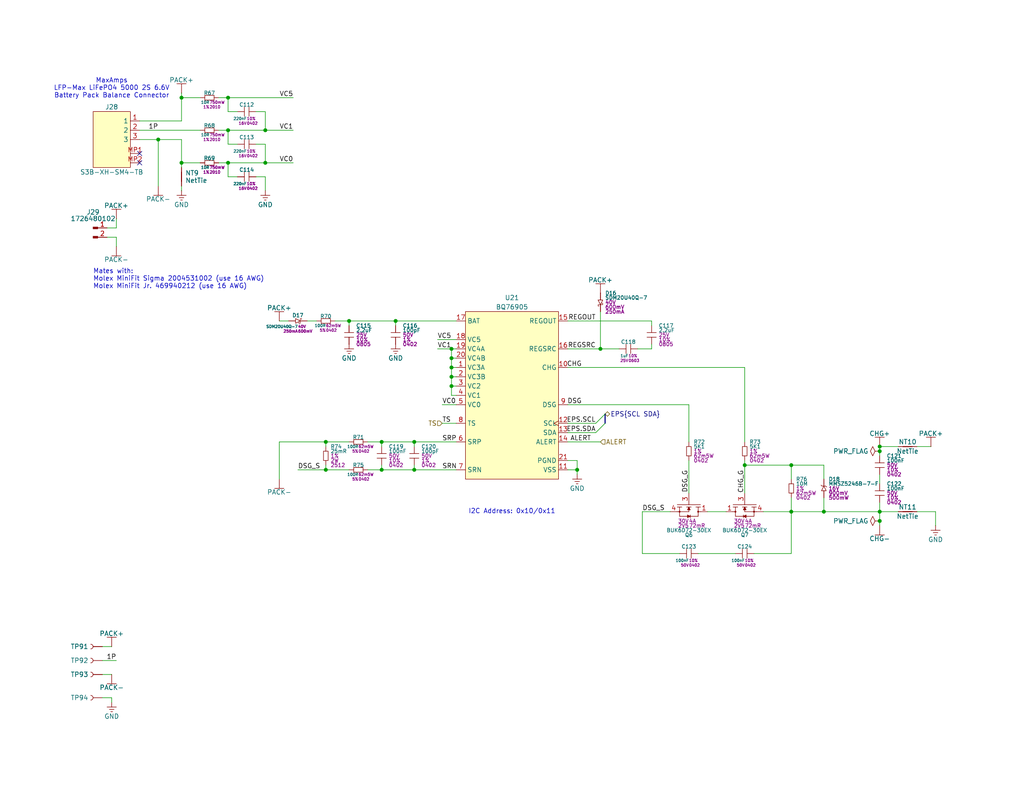
<source format=kicad_sch>
(kicad_sch (version 20250114) (generator "eeschema") (generator_version "9.0")
  (paper "USLetter")
  (title_block (title "Battery Monitor and Protector") (date "2025-03-31") (rev "1") (comment 2 "PROTOTYPE") (comment 3 "2025"))
  (lib_symbols
    (symbol "lib_pwr:CHG+" (power) (pin_numbers (hide yes)) (pin_names (offset 0) (hide yes))
      (property "Value" "CHG+" (at 0 3.556 0))
      (symbol "CHG+_1_1"
        (pin power_in line (at 0 0 90) (length 0) (name "~") (number "1"))
      )
    )
    (symbol "lib_pwr:CHG-" (power) (pin_numbers (hide yes)) (pin_names (offset 0) (hide yes))
      (property "Value" "CHG-" (at 0 -3.556 0))
      (symbol "CHG-_1_1"
        (pin power_in line (at 0 0 270) (length 0) (name "~") (number "1"))
      )
    )
    (symbol "lib_pwr:GND" (power) (pin_numbers (hide yes)) (pin_names (offset 0) (hide yes))
      (property "Value" "GND" (at 0 -3.81 0))
      (symbol "GND_1_1"
        (pin power_in line (at 0 0 270) (length 0) (name "~") (number "1"))
      )
    )
    (symbol "lib_pwr:PACK+" (power) (pin_numbers (hide yes)) (pin_names (offset 0) (hide yes))
      (property "Value" "PACK+" (at 0 3.556 0))
      (symbol "PACK+_1_1"
        (pin power_in line (at 0 0 90) (length 0) (name "~") (number "1"))
      )
    )
    (symbol "lib_pwr:PACK-" (power) (pin_numbers (hide yes)) (pin_names (offset 0) (hide yes))
      (property "Value" "PACK-" (at 0 -3.556 0))
      (symbol "PACK-_1_1"
        (pin power_in line (at 0 0 270) (length 0) (name "~") (number "1"))
      )
    )
    (symbol "lib_pwr:PWR_FLAG" (power) (pin_numbers (hide yes)) (pin_names (offset 0) (hide yes))
      (property "Value" "PWR_FLAG" (at 0 3.81 0))
      (symbol "PWR_FLAG_1_1"
        (pin power_out line (at 0 0 90) (length 0) (name "~") (number "1"))
      )
    )
    (symbol "lib_sch:BQ76905"
      (property "Reference" "U?" (at 0 26.67 0))
      (property "Value" "BQ76905" (at 0 24.13 0))
      (symbol "BQ76905_0_0"
        (pin power_out line (at -15.24 20.32 0) (length 2.54) (name "BAT") (number "17"))
        (pin input line (at -15.24 15.24 0) (length 2.54) (name "VC5") (number "18"))
        (pin input line (at -15.24 12.7 0) (length 2.54) (name "VC4A") (number "19"))
        (pin input line (at -15.24 10.16 0) (length 2.54) (name "VC4B") (number "20"))
        (pin input line (at -15.24 7.62 0) (length 2.54) (name "VC3A") (number "1"))
        (pin input line (at -15.24 5.08 0) (length 2.54) (name "VC3B") (number "2"))
        (pin input line (at -15.24 2.54 0) (length 2.54) (name "VC2") (number "3"))
        (pin input line (at -15.24 0 0) (length 2.54) (name "VC1") (number "4"))
        (pin input line (at -15.24 -2.54 0) (length 2.54) (name "VC0") (number "5"))
        (pin bidirectional line (at -15.24 -7.62 0) (length 2.54) (name "TS") (number "8"))
        (pin input line (at -15.24 -12.7 0) (length 2.54) (name "SRP") (number "6"))
        (pin input line (at -15.24 -20.32 0) (length 2.54) (name "SRN") (number "7"))
        (pin power_out line (at 15.24 20.32 180) (length 2.54) (name "REGOUT") (number "15"))
        (pin input line (at 15.24 12.7 180) (length 2.54) (name "REGSRC") (number "16"))
        (pin output line (at 15.24 7.62 180) (length 2.54) (name "CHG") (number "10"))
        (pin output line (at 15.24 -2.54 180) (length 2.54) (name "DSG") (number "9"))
        (pin bidirectional line (at 15.24 -10.16 180) (length 2.54) (name "SDA") (number "13"))
        (pin output line (at 15.24 -12.7 180) (length 2.54) (name "ALERT") (number "14"))
      )
      (symbol "BQ76905_1_0"
        (pin bidirectional clock (at 15.24 -7.62 180) (length 2.54) (name "SCL") (number "12"))
        (pin power_in line (at 15.24 -20.32 180) (length 2.54) (name "VSS") (number "11"))
      )
      (symbol "BQ76905_1_1"
        (pin power_in line (at 15.24 -17.78 180) (length 2.54) (name "PGND") (number "21"))
      )
    )
    (symbol "lib_sch:C" (pin_numbers (hide yes)) (pin_names (hide yes))
      (property "Reference" "C?" (at 1.905 2.54 0))
      (property "Value" "CAP" (at 1.905 1.27 0))
      (property "Tolerance" "TOL" (at 1.905 -1.27 0))
      (property "Voltage Rating" "VOLTAGE" (at 1.905 0 0))
      (property "Package" "PKG" (at 1.905 -2.54 0))
      (symbol "C_1_1"
        (pin passive line (at 0 2.54 270) (length 1.905) (name "") (number "1"))
        (pin passive line (at 0 -2.54 90) (length 1.905) (name "") (number "2"))
      )
    )
    (symbol "lib_sch:C_horizontal"
      (property "Reference" "C?" (at 0 1.905 0))
      (property "Value" "CAP" (at 0 -1.905 0))
      (property "Tolerance" "TOL" (at 0 -1.905 0))
      (property "Voltage Rating" "VOLT" (at 0 -3.175 0))
      (property "Package" "PKG" (at 0 -3.175 0))
      (symbol "C_horizontal_1_1"
        (pin passive line (at -2.54 0 0) (length 1.905) (name "") (number "1"))
        (pin passive line (at 2.54 0 180) (length 1.905) (name "") (number "2"))
      )
    )
    (symbol "lib_sch:Conn_01x02_Pin" (pin_names (hide yes))
      (property "Reference" "J?" (at 0 5.715 0))
      (property "Value" "VAL" (at 0 3.81 0))
      (symbol "Conn_01x02_Pin_1_0"
        (pin passive line (at 3.81 1.27 180) (length 2.54) (name "") (number "1"))
        (pin passive line (at 3.81 -1.27 180) (length 2.54) (name "") (number "2"))
      )
    )
    (symbol "lib_sch:D_Schottky" (pin_numbers (hide yes))
      (property "Reference" "D" (at 1.27 2.54 0))
      (property "Value" "VAL" (at 1.27 1.27 0))
      (property "Reverse Voltage" "RVOLT" (at 1.27 0 0))
      (property "Forward Voltage" "FVOLT" (at 1.27 -1.27 0))
      (property "Current" "CURR" (at 1.27 -2.54 0))
      (symbol "D_Schottky_1_0"
        (pin passive line (at 0 2.54 270) (length 1.905) (name "") (number "1"))
        (pin passive line (at 0 -2.54 90) (length 1.905) (name "") (number "2"))
      )
    )
    (symbol "lib_sch:D_Schottky_horizontal" (pin_numbers (hide yes))
      (property "Reference" "D" (at 0 1.524 0))
      (property "Value" "VAL" (at 0 -1.524 0))
      (property "Reverse Voltage" "RVOLT" (at 0 -1.524 0))
      (property "Forward Voltage" "FVOLT" (at 0 -2.794 0))
      (property "Current" "CURR" (at 0 -2.794 0))
      (symbol "D_Schottky_horizontal_1_0"
        (pin passive line (at -2.54 0 0) (length 1.905) (name "") (number "2"))
        (pin passive line (at 2.54 0 180) (length 1.905) (name "") (number "1"))
      )
    )
    (symbol "lib_sch:D_Zener" (pin_numbers (hide yes))
      (property "Reference" "D" (at 1.27 2.54 0))
      (property "Value" "VAL" (at 1.27 1.27 0))
      (property "Zener Voltage" "VZ" (at 1.27 0 0))
      (property "Forward Voltage" "FVOLT" (at 1.27 -1.27 0))
      (property "Power Rating" "PWR" (at 1.27 -2.54 0))
      (symbol "D_Zener_1_0"
        (pin passive line (at 0 2.54 270) (length 1.905) (name "") (number "2"))
        (pin passive line (at 0 -2.54 90) (length 1.905) (name "") (number "1"))
      )
    )
    (symbol "lib_sch:NMOS_DGS" (pin_names (hide yes))
      (property "Reference" "Q" (at 0 6.35 0))
      (property "Value" "VAL" (at 0 5.08 0))
      (property "VDSS" "VDSS" (at 0 3.81 0))
      (property "VGSTH" "VGSTH" (at 0 2.54 0))
      (property "ID" "ID" (at 0 3.81 0))
      (property "RDSON" "RDSON" (at 0 2.54 0))
      (symbol "NMOS_DGS_1_0"
        (pin passive line (at -5.08 0 0) (length 1.905) (name "") (number "1"))
        (pin passive line (at -5.08 0 0) (length 1.905) (hide yes) (name "") (number "2"))
        (pin passive line (at -5.08 0 0) (length 1.905) (hide yes) (name "") (number "5"))
        (pin passive line (at -5.08 0 0) (length 1.905) (hide yes) (name "") (number "6"))
        (pin passive line (at -5.08 0 0) (length 1.905) (hide yes) (name "") (number "7"))
        (pin passive line (at 0 -5.08 90) (length 3.175) (name "") (number "3"))
        (pin passive line (at 5.08 0 180) (length 1.905) (name "") (number "4"))
        (pin passive line (at 5.08 0 180) (length 1.905) (hide yes) (name "") (number "8"))
      )
    )
    (symbol "lib_sch:NetTie" (pin_numbers (hide yes)) (pin_names (offset 0) (hide yes)) (in_bom no)
      (property "Reference" "NT" (at 0 1.27 0))
      (property "Value" "NetTie" (at 0 -1.27 0))
      (symbol "NetTie_1_1"
        (pin passive line (at -2.54 0 0) (length 2.54) (name "1") (number "1"))
        (pin passive line (at 2.54 0 180) (length 2.54) (name "2") (number "2"))
      )
    )
    (symbol "lib_sch:R"
      (property "Reference" "R?" (at 1.27 2.54 0))
      (property "Value" "VAL" (at 1.27 1.27 0))
      (property "Tolerance" "TOL" (at 1.27 0 0))
      (property "Power Rating" "PWR" (at 1.27 -1.27 0))
      (property "Package" "PKG" (at 1.27 -2.54 0))
      (symbol "R_1_1"
        (pin passive line (at 0 2.54 270) (length 1.27) (name "") (number "1"))
        (pin passive line (at 0 -2.54 90) (length 1.27) (name "") (number "2"))
      )
    )
    (symbol "lib_sch:R_horizontal"
      (property "Reference" "R?" (at 0 1.27 0))
      (property "Value" "VAL" (at 0 -1.27 0))
      (property "Tolerance" "TOL" (at 0 -2.54 0))
      (property "Power Rating" "PWR" (at 0 -1.27 0))
      (property "Package" "PKG" (at 0 -2.54 0))
      (symbol "R_horizontal_1_1"
        (pin passive line (at -2.54 0 0) (length 1.27) (name "") (number "1"))
        (pin passive line (at 2.54 0 180) (length 1.27) (name "") (number "2"))
      )
    )
    (symbol "lib_sch:S3B-XX-SM4-TB"
      (property "Reference" "J" (at 0 8.89 0))
      (property "Value" "S3B-XX-SM4-TB" (at 0 -8.89 0))
      (symbol "S3B-XX-SM4-TB_1_0"
        (pin power_out line (at -7.62 5.08 0) (length 2.54) (name "1") (number "1"))
        (pin power_out line (at -7.62 2.54 0) (length 2.54) (name "2") (number "2"))
        (pin power_out line (at -7.62 0 0) (length 2.54) (name "3") (number "3"))
        (pin passive line (at -7.62 -3.81 0) (length 2.54) (name "") (number "MP1"))
        (pin passive line (at -7.62 -6.35 0) (length 2.54) (name "") (number "MP2"))
      )
    )
    (symbol "lib_sch:Testpoint" (pin_numbers (hide yes)) (pin_names (hide yes))
      (property "Reference" "TP" (at -1.27 0 0))
      (symbol "Testpoint_1_0"
        (pin passive line (at 2.54 0 180) (length 2.54) (name "") (number "1"))
      )
    )
  )
  (text "MaxAmps\nLFP-Max LiFePO4 5000 2S 6.6V\nBattery Pack Balance Connector" (at 30.48 24.13 0) (effects (font (size 1.27 1.27))))
  (text "I2C Address: 0x10/0x11" (at 139.7 139.7 0) (effects (font (size 1.27 1.27))))
  (text "Mates with:\nMolex MiniFit Sigma 2004531002 (use 16 AWG)\nMolex MiniFit Jr. 469940212 (use 16 AWG)" (at 25.4 76.2 0) (effects (font (size 1.27 1.27)) (justify left)))
  (junction (at 123.19 102.87))
  (junction (at 203.2 127))
  (junction (at 107.95 87.63))
  (junction (at 123.19 97.79))
  (junction (at 88.9 128.27))
  (junction (at 49.53 26.67))
  (junction (at 62.23 26.67))
  (junction (at 123.19 105.41))
  (junction (at 104.14 120.65))
  (junction (at 104.14 128.27))
  (junction (at 49.53 44.45))
  (junction (at 240.03 121.92))
  (junction (at 240.03 142.24))
  (junction (at 95.25 87.63))
  (junction (at 43.18 38.1))
  (junction (at 72.39 44.45))
  (junction (at 240.03 139.7))
  (junction (at 224.79 139.7))
  (junction (at 240.03 123.19))
  (junction (at 215.9 127))
  (junction (at 157.48 128.27))
  (junction (at 163.83 95.25))
  (junction (at 215.9 139.7))
  (junction (at 88.9 120.65))
  (junction (at 113.03 120.65))
  (junction (at 62.23 44.45))
  (junction (at 72.39 35.56))
  (junction (at 123.19 100.33))
  (junction (at 113.03 128.27))
  (junction (at 123.19 95.25))
  (junction (at 62.23 35.56))
  (no_connect (at 38.1 41.91))
  (no_connect (at 38.1 44.45))
  (bus_entry (at 162.56 118.11) (size 2.54 -2.54))
  (bus_entry (at 162.56 115.57) (size 2.54 -2.54))
  (wire (pts (xy 224.79 135.89) (xy 224.79 139.7)))
  (wire (pts (xy 123.19 100.33) (xy 123.19 102.87)))
  (wire (pts (xy 187.96 120.65) (xy 187.96 110.49)))
  (wire (pts (xy 250.19 121.92) (xy 254 121.92)))
  (wire (pts (xy 72.39 48.26) (xy 72.39 52.07)))
  (wire (pts (xy 31.75 180.34) (xy 27.94 180.34)))
  (wire (pts (xy 49.53 38.1) (xy 49.53 44.45)))
  (wire (pts (xy 31.75 67.31) (xy 31.75 64.77)))
  (wire (pts (xy 203.2 127) (xy 203.2 125.73)))
  (wire (pts (xy 208.28 139.7) (xy 215.9 139.7)))
  (wire (pts (xy 215.9 127) (xy 203.2 127)))
  (wire (pts (xy 123.19 105.41) (xy 124.46 105.41)))
  (wire (pts (xy 59.69 26.67) (xy 62.23 26.67)))
  (wire (pts (xy 255.27 143.51) (xy 255.27 139.7)))
  (wire (pts (xy 162.56 118.11) (xy 154.94 118.11)))
  (wire (pts (xy 157.48 129.54) (xy 157.48 128.27)))
  (wire (pts (xy 154.94 115.57) (xy 162.56 115.57)))
  (wire (pts (xy 224.79 139.7) (xy 240.03 139.7)))
  (wire (pts (xy 154.94 95.25) (xy 163.83 95.25)))
  (wire (pts (xy 173.99 95.25) (xy 177.8 95.25)))
  (wire (pts (xy 215.9 135.89) (xy 215.9 139.7)))
  (wire (pts (xy 113.03 120.65) (xy 104.14 120.65)))
  (wire (pts (xy 62.23 39.37) (xy 62.23 35.56)))
  (wire (pts (xy 72.39 39.37) (xy 69.85 39.37)))
  (wire (pts (xy 154.94 110.49) (xy 187.96 110.49)))
  (wire (pts (xy 88.9 127) (xy 88.9 128.27)))
  (wire (pts (xy 154.94 100.33) (xy 203.2 100.33)))
  (wire (pts (xy 43.18 38.1) (xy 43.18 50.8)))
  (wire (pts (xy 240.03 129.54) (xy 240.03 132.08)))
  (wire (pts (xy 72.39 30.48) (xy 72.39 35.56)))
  (wire (pts (xy 38.1 35.56) (xy 54.61 35.56)))
  (wire (pts (xy 240.03 121.92) (xy 245.11 121.92)))
  (wire (pts (xy 123.19 107.95) (xy 123.19 105.41)))
  (wire (pts (xy 124.46 95.25) (xy 123.19 95.25)))
  (wire (pts (xy 124.46 97.79) (xy 123.19 97.79)))
  (wire (pts (xy 120.65 115.57) (xy 124.46 115.57)))
  (wire (pts (xy 88.9 121.92) (xy 88.9 120.65)))
  (wire (pts (xy 205.74 151.13) (xy 215.9 151.13)))
  (wire (pts (xy 215.9 151.13) (xy 215.9 139.7)))
  (wire (pts (xy 72.39 44.45) (xy 80.01 44.45)))
  (wire (pts (xy 107.95 87.63) (xy 107.95 88.9)))
  (wire (pts (xy 107.95 87.63) (xy 124.46 87.63)))
  (wire (pts (xy 203.2 127) (xy 203.2 134.62)))
  (wire (pts (xy 76.2 130.81) (xy 76.2 120.65)))
  (wire (pts (xy 95.25 87.63) (xy 95.25 88.9)))
  (wire (pts (xy 49.53 26.67) (xy 54.61 26.67)))
  (wire (pts (xy 30.48 184.15) (xy 27.94 184.15)))
  (wire (pts (xy 30.48 176.53) (xy 27.94 176.53)))
  (wire (pts (xy 113.03 128.27) (xy 124.46 128.27)))
  (wire (pts (xy 64.77 48.26) (xy 62.23 48.26)))
  (wire (pts (xy 124.46 102.87) (xy 123.19 102.87)))
  (wire (pts (xy 31.75 62.23) (xy 29.21 62.23)))
  (wire (pts (xy 100.33 128.27) (xy 104.14 128.27)))
  (wire (pts (xy 190.5 151.13) (xy 200.66 151.13)))
  (wire (pts (xy 31.75 64.77) (xy 29.21 64.77)))
  (wire (pts (xy 49.53 25.4) (xy 49.53 26.67)))
  (wire (pts (xy 59.69 44.45) (xy 62.23 44.45)))
  (wire (pts (xy 250.19 139.7) (xy 255.27 139.7)))
  (wire (pts (xy 240.03 139.7) (xy 245.11 139.7)))
  (wire (pts (xy 83.82 87.63) (xy 86.36 87.63)))
  (wire (pts (xy 240.03 137.16) (xy 240.03 139.7)))
  (wire (pts (xy 49.53 44.45) (xy 54.61 44.45)))
  (wire (pts (xy 62.23 26.67) (xy 80.01 26.67)))
  (wire (pts (xy 88.9 128.27) (xy 95.25 128.27)))
  (wire (pts (xy 124.46 107.95) (xy 123.19 107.95)))
  (wire (pts (xy 119.38 95.25) (xy 123.19 95.25)))
  (wire (pts (xy 30.48 191.77) (xy 30.48 190.5)))
  (wire (pts (xy 123.19 102.87) (xy 123.19 105.41)))
  (wire (pts (xy 30.48 190.5) (xy 27.94 190.5)))
  (wire (pts (xy 154.94 120.65) (xy 163.83 120.65)))
  (wire (pts (xy 64.77 39.37) (xy 62.23 39.37)))
  (wire (pts (xy 215.9 127) (xy 215.9 130.81)))
  (wire (pts (xy 157.48 128.27) (xy 157.48 125.73)))
  (wire (pts (xy 187.96 125.73) (xy 187.96 134.62)))
  (wire (pts (xy 49.53 45.72) (xy 49.53 44.45)))
  (wire (pts (xy 104.14 128.27) (xy 113.03 128.27)))
  (wire (pts (xy 113.03 120.65) (xy 113.03 121.92)))
  (wire (pts (xy 193.04 139.7) (xy 198.12 139.7)))
  (wire (pts (xy 154.94 87.63) (xy 177.8 87.63)))
  (wire (pts (xy 104.14 127) (xy 104.14 128.27)))
  (wire (pts (xy 88.9 120.65) (xy 95.25 120.65)))
  (wire (pts (xy 49.53 50.8) (xy 49.53 52.07)))
  (wire (pts (xy 177.8 93.98) (xy 177.8 95.25)))
  (wire (pts (xy 124.46 100.33) (xy 123.19 100.33)))
  (wire (pts (xy 185.42 151.13) (xy 175.26 151.13)))
  (wire (pts (xy 177.8 88.9) (xy 177.8 87.63)))
  (wire (pts (xy 38.1 33.02) (xy 49.53 33.02)))
  (wire (pts (xy 240.03 123.19) (xy 240.03 124.46)))
  (wire (pts (xy 91.44 87.63) (xy 95.25 87.63)))
  (wire (pts (xy 59.69 35.56) (xy 62.23 35.56)))
  (wire (pts (xy 240.03 142.24) (xy 240.03 139.7)))
  (wire (pts (xy 104.14 120.65) (xy 104.14 121.92)))
  (bus (pts (xy 165.1 113.03) (xy 165.1 115.57)))
  (wire (pts (xy 163.83 95.25) (xy 168.91 95.25)))
  (wire (pts (xy 69.85 30.48) (xy 72.39 30.48)))
  (wire (pts (xy 215.9 127) (xy 224.79 127)))
  (wire (pts (xy 76.2 120.65) (xy 88.9 120.65)))
  (wire (pts (xy 49.53 26.67) (xy 49.53 33.02)))
  (wire (pts (xy 240.03 143.51) (xy 240.03 142.24)))
  (wire (pts (xy 43.18 38.1) (xy 49.53 38.1)))
  (wire (pts (xy 113.03 127) (xy 113.03 128.27)))
  (wire (pts (xy 175.26 139.7) (xy 182.88 139.7)))
  (wire (pts (xy 62.23 35.56) (xy 72.39 35.56)))
  (wire (pts (xy 163.83 85.09) (xy 163.83 95.25)))
  (wire (pts (xy 62.23 44.45) (xy 72.39 44.45)))
  (wire (pts (xy 72.39 35.56) (xy 80.01 35.56)))
  (wire (pts (xy 240.03 121.92) (xy 240.03 123.19)))
  (wire (pts (xy 95.25 87.63) (xy 107.95 87.63)))
  (wire (pts (xy 119.38 92.71) (xy 124.46 92.71)))
  (wire (pts (xy 123.19 95.25) (xy 123.19 97.79)))
  (wire (pts (xy 175.26 151.13) (xy 175.26 139.7)))
  (wire (pts (xy 123.19 100.33) (xy 123.19 97.79)))
  (wire (pts (xy 154.94 128.27) (xy 157.48 128.27)))
  (wire (pts (xy 31.75 59.69) (xy 31.75 62.23)))
  (wire (pts (xy 113.03 120.65) (xy 124.46 120.65)))
  (wire (pts (xy 120.65 110.49) (xy 124.46 110.49)))
  (wire (pts (xy 157.48 125.73) (xy 154.94 125.73)))
  (wire (pts (xy 203.2 100.33) (xy 203.2 120.65)))
  (wire (pts (xy 215.9 139.7) (xy 224.79 139.7)))
  (wire (pts (xy 62.23 48.26) (xy 62.23 44.45)))
  (wire (pts (xy 38.1 38.1) (xy 43.18 38.1)))
  (wire (pts (xy 81.28 128.27) (xy 88.9 128.27)))
  (wire (pts (xy 64.77 30.48) (xy 62.23 30.48)))
  (wire (pts (xy 100.33 120.65) (xy 104.14 120.65)))
  (wire (pts (xy 72.39 39.37) (xy 72.39 44.45)))
  (wire (pts (xy 76.2 87.63) (xy 78.74 87.63)))
  (wire (pts (xy 72.39 48.26) (xy 69.85 48.26)))
  (wire (pts (xy 62.23 26.67) (xy 62.23 30.48)))
  (wire (pts (xy 224.79 130.81) (xy 224.79 127)))
  (label "DSG_S" (at 81.28 128.27 0))
  (label "VC1" (at 80.01 35.56 180))
  (label "CHG" (at 158.75 100.33 180))
  (label "ALERT" (at 161.29 120.65 180))
  (label "1P" (at 43.18 35.56 180))
  (label "VC5" (at 80.01 26.67 180))
  (label "VC0" (at 120.65 110.49 0))
  (label "CHG_G" (at 203.2 128.27 270))
  (label "VC5" (at 119.38 92.71 0))
  (label "1P" (at 31.75 180.34 180))
  (label "EPS.SCL" (at 162.56 115.57 180))
  (label "VC1" (at 119.38 95.25 0))
  (label "VC0" (at 80.01 44.45 180))
  (label "DSG_G" (at 187.96 128.27 270))
  (label "EPS.SDA" (at 162.56 118.11 180))
  (label "DSG_S" (at 175.26 139.7 0))
  (label "DSG" (at 158.75 110.49 180))
  (label "REGSRC" (at 162.56 95.25 180))
  (label "REGOUT" (at 162.56 87.63 180))
  (label "SRN" (at 120.65 128.27 0))
  (label "SRP" (at 120.65 120.65 0))
  (label "TS" (at 120.65 115.57 0))
  (hierarchical_label "TS" (shape input) (at 120.65 115.57 180))
  (hierarchical_label "EPS{SCL SDA}" (shape bidirectional) (at 165.1 113.03 0))
  (hierarchical_label "ALERT" (shape input) (at 163.83 120.65 0))
  (symbol (lib_id "lib_pwr:CHG+") (at 240.03 121.92 0) (unit 1)
    (property "Reference" "#PWR0266" (effects (hide yes)))
    (property "Value" "CHG+" (at 240.03 118.364 0))
  )
  (symbol (lib_id "lib_sch:C") (at 107.95 91.44 0) (unit 1)
    (property "Reference" "C116" (at 109.855 88.9 0) (effects (font (size 1.016 1.016)) (justify left)))
    (property "Value" "100pF" (at 109.855 90.17 0) (effects (font (size 1.016 1.016)) (justify left)))
    (property "Footprint" "lib_passives:GCM0402" (effects (hide yes)))
    (property "Datasheet" "datasheets/Murata-Electronics-GCM1555C1H101FA16.pdf" (effects (hide yes)))
    (property "Description" "CAP CER 100PF 50V C0G/NP0 0402" (effects (hide yes)))
    (property "Manufacturer" "Murata Electronics" (effects (hide yes)))
    (property "MPN" "GCM1555C1H101FA16D" (effects (hide yes)))
    (property "DKPN" "490-14349-1-ND" (effects (hide yes)))
    (property "Tolerance" "1%" (at 109.855 92.71 0) (effects (font (size 1.016 1.016)) (justify left)))
    (property "Voltage Rating" "50V" (at 109.855 91.44 0) (effects (font (size 1.016 1.016)) (justify left)))
    (property "Package" "0402" (at 109.855 93.98 0) (effects (font (size 1.016 1.016)) (justify left)))
  )
  (symbol (lib_id "lib_sch:Testpoint") (at 25.4 180.34 0) (unit 1) (in_bom no)
    (property "Reference" "TP92" (at 24.13 180.34 0) (effects (justify right)))
    (property "Footprint" "lib_misc:TP_2mm" (effects (hide yes)))
    (property "Manufacturer" "N/A" (effects (hide yes)))
    (property "MPN" "N/A" (effects (hide yes)))
    (property "DKPN" "N/A" (effects (hide yes)))
  )
  (symbol (lib_id "lib_sch:R") (at 88.9 124.46 0) (unit 1)
    (property "Reference" "R74" (at 90.17 121.92 0) (effects (font (size 1.016 1.016)) (justify left)))
    (property "Value" "25mR" (at 90.17 123.19 0) (effects (font (size 1.016 1.016)) (justify left)))
    (property "Footprint" "lib_passives:WSL2512-HP" (effects (hide yes)))
    (property "Datasheet" "datasheets/Vishay-Dale-WSLH.pdf" (effects (hide yes)))
    (property "Description" "RES 0.04 OHM 1% 2W 2512" (effects (hide yes)))
    (property "Manufacturer" "Vishay Dale" (effects (hide yes)))
    (property "MPN" "WSL2512R0400FEA18" (effects (hide yes)))
    (property "DKPN" "WSLH-.04CT-ND" (effects (hide yes)))
    (property "Tolerance" "1%" (at 90.17 124.46 0) (effects (font (size 1.016 1.016)) (justify left)))
    (property "Power Rating" "2W" (at 90.17 125.73 0) (effects (font (size 1.016 1.016)) (justify left)))
    (property "Package" "2512" (at 90.17 127 0) (effects (font (size 1.016 1.016)) (justify left)))
  )
  (symbol (lib_id "lib_sch:R_horizontal") (at 57.15 44.45 0) (unit 1)
    (property "Reference" "R69" (at 57.15 43.18 0) (effects (font (size 1.016 1.016))))
    (property "Value" "10R" (at 57.15 45.72 0) (effects (font (size 0.762 0.762)) (justify right)))
    (property "Footprint" "lib_passives:CRCW2010" (effects (hide yes)))
    (property "Datasheet" "datasheets/Vishay-Dale-DRCWe3.pdf" (effects (hide yes)))
    (property "Description" "RES SMD 10 OHM 1% 3/4W 2010" (effects (hide yes)))
    (property "Manufacturer" "Vishay Dale" (effects (hide yes)))
    (property "MPN" "CRCW201010R0FKEF" (effects (hide yes)))
    (property "DKPN" "541-10.0ACCT-ND" (effects (hide yes)))
    (property "Tolerance" "1%" (at 57.15 46.99 0) (effects (font (size 0.762 0.762)) (justify right)))
    (property "Power Rating" "750mW" (at 57.15 45.72 0) (effects (font (size 0.762 0.762)) (justify left)))
    (property "Package" "2010" (at 57.15 46.99 0) (effects (font (size 0.762 0.762)) (justify left)))
  )
  (symbol (lib_id "lib_sch:R") (at 187.96 123.19 0) (unit 1)
    (property "Reference" "R72" (at 189.23 120.65 0) (effects (font (size 1.016 1.016)) (justify left)))
    (property "Value" "5K1" (at 189.23 121.92 0) (effects (font (size 1.016 1.016)) (justify left)))
    (property "Footprint" "lib_passives:CRCW0402" (effects (hide yes)))
    (property "Datasheet" "datasheets/Vishay-Dale-DRCWe3.pdf" (effects (hide yes)))
    (property "Description" "RES SMD 5.1K OHM 1% 1/16W 0402" (effects (hide yes)))
    (property "Manufacturer" "Vishay Dale" (effects (hide yes)))
    (property "MPN" "CRCW04025K10FKED" (effects (hide yes)))
    (property "DKPN" "541-5.10KLCT-ND" (effects (hide yes)))
    (property "Tolerance" "1%" (at 189.23 123.19 0) (effects (font (size 1.016 1.016)) (justify left)))
    (property "Power Rating" "62m5W" (at 189.23 124.46 0) (effects (font (size 1.016 1.016)) (justify left)))
    (property "Package" "0402" (at 189.23 125.73 0) (effects (font (size 1.016 1.016)) (justify left)))
  )
  (symbol (lib_id "lib_pwr:GND") (at 157.48 129.54 0) (unit 1)
    (property "Reference" "#PWR0268" (effects (hide yes)))
    (property "Value" "GND" (at 157.48 133.35 0))
  )
  (symbol (lib_id "lib_sch:D_Schottky") (at 163.83 82.55 0) (mirror x) (unit 1)
    (property "Reference" "D16" (at 165.1 80.01 0) (effects (font (size 1.016 1.016)) (justify left)))
    (property "Value" "SDM20U40Q-7" (at 165.1 81.28 0) (effects (font (size 1.016 1.016)) (justify left)))
    (property "Footprint" "lib_diodes:SOD523" (effects (hide yes)))
    (property "Datasheet" "datasheets/Diodes-Incorporated-SDM20U40Q.pdf" (effects (hide yes)))
    (property "Description" "DIODE SCHOTTKY 40V 250MA SOD523" (effects (hide yes)))
    (property "Manufacturer" "Diodes Incorporated" (effects (hide yes)))
    (property "MPN" "SDM20U40Q-7" (effects (hide yes)))
    (property "DKPN" "31-SDM20U40Q-7CT-ND" (effects (hide yes)))
    (property "Reverse Voltage" "40V" (at 165.1 82.55 0) (effects (font (size 1.016 1.016)) (justify left)))
    (property "Forward Voltage" "600mV" (at 165.1 83.82 0) (effects (font (size 1.016 1.016)) (justify left)))
    (property "Current" "250mA" (at 165.1 85.09 0) (effects (font (size 1.016 1.016)) (justify left)))
  )
  (symbol (lib_id "lib_sch:C") (at 240.03 127 0) (unit 1)
    (property "Reference" "C121" (at 241.935 124.46 0) (effects (font (size 1.016 1.016)) (justify left)))
    (property "Value" "100nF" (at 241.935 125.73 0) (effects (font (size 1.016 1.016)) (justify left)))
    (property "Footprint" "lib_passives:GCM0402" (effects (hide yes)))
    (property "Datasheet" "datasheets/Murata-Electronics-GRT155R71H104KE01.pdf" (effects (hide yes)))
    (property "Description" "CAP CER 0.1UF 50V X7R 0402" (effects (hide yes)))
    (property "Manufacturer" "Murata Electronics" (effects (hide yes)))
    (property "MPN" "GRT155R71H104KE01D" (effects (hide yes)))
    (property "DKPN" "490-GRT155R71H104KE01DCT-ND" (effects (hide yes)))
    (property "Tolerance" "10%" (at 241.935 128.27 0) (effects (font (size 1.016 1.016)) (justify left)))
    (property "Voltage Rating" "50V" (at 241.935 127 0) (effects (font (size 1.016 1.016)) (justify left)))
    (property "Package" "0402" (at 241.935 129.54 0) (effects (font (size 1.016 1.016)) (justify left)))
  )
  (symbol (lib_id "lib_pwr:GND") (at 95.25 93.98 0) (unit 1)
    (property "Reference" "#PWR0264" (effects (hide yes)))
    (property "Value" "GND" (at 95.25 97.79 0))
  )
  (symbol (lib_id "lib_sch:R_horizontal") (at 57.15 26.67 0) (unit 1)
    (property "Reference" "R67" (at 57.15 25.4 0) (effects (font (size 1.016 1.016))))
    (property "Value" "10R" (at 57.15 27.94 0) (effects (font (size 0.762 0.762)) (justify right)))
    (property "Footprint" "lib_passives:CRCW2010" (effects (hide yes)))
    (property "Datasheet" "datasheets/Vishay-Dale-DRCWe3.pdf" (effects (hide yes)))
    (property "Description" "RES SMD 10 OHM 1% 3/4W 2010" (effects (hide yes)))
    (property "Manufacturer" "Vishay Dale" (effects (hide yes)))
    (property "MPN" "CRCW201010R0FKEF" (effects (hide yes)))
    (property "DKPN" "541-10.0ACCT-ND" (effects (hide yes)))
    (property "Tolerance" "1%" (at 57.15 29.21 0) (effects (font (size 0.762 0.762)) (justify right)))
    (property "Power Rating" "750mW" (at 57.15 27.94 0) (effects (font (size 0.762 0.762)) (justify left)))
    (property "Package" "2010" (at 57.15 29.21 0) (effects (font (size 0.762 0.762)) (justify left)))
  )
  (symbol (lib_id "lib_pwr:PACK-") (at 30.48 184.15 0) (unit 1)
    (property "Reference" "#PWR0273" (effects (hide yes)))
    (property "Value" "PACK-" (at 30.48 187.706 0))
  )
  (symbol (lib_id "lib_sch:C_horizontal") (at 171.45 95.25 0) (unit 1)
    (property "Reference" "C118" (at 171.45 93.345 0) (effects (font (size 1.016 1.016))))
    (property "Value" "1uF" (at 171.45 97.155 0) (effects (font (size 0.762 0.762)) (justify right)))
    (property "Footprint" "lib_passives:GRT0603" (effects (hide yes)))
    (property "Datasheet" "datasheets/Murata-Electronics-GRT188R71E105KE13.pdf" (effects (hide yes)))
    (property "Description" "CAP CER 1UF 25V X7R 0603" (effects (hide yes)))
    (property "Manufacturer" "Murata Electronics" (effects (hide yes)))
    (property "MPN" "GRT188R71E105KE13D" (effects (hide yes)))
    (property "DKPN" "490-GRT188R71E105KE13DCT-ND" (effects (hide yes)))
    (property "Voltage Rating" "25V" (at 171.45 98.425 0) (effects (font (size 0.762 0.762)) (justify right)))
    (property "Package" "0603" (at 171.45 98.425 0) (effects (font (size 0.762 0.762)) (justify left)))
    (property "Tolerance" "10%" (at 171.45 97.155 0) (effects (font (size 0.762 0.762)) (justify left)))
  )
  (symbol (lib_id "lib_sch:R") (at 203.2 123.19 0) (unit 1)
    (property "Reference" "R73" (at 204.47 120.65 0) (effects (font (size 1.016 1.016)) (justify left)))
    (property "Value" "5K1" (at 204.47 121.92 0) (effects (font (size 1.016 1.016)) (justify left)))
    (property "Footprint" "lib_passives:CRCW0402" (effects (hide yes)))
    (property "Datasheet" "datasheets/Vishay-Dale-DRCWe3.pdf" (effects (hide yes)))
    (property "Description" "RES SMD 5.1K OHM 1% 1/16W 0402" (effects (hide yes)))
    (property "Manufacturer" "Vishay Dale" (effects (hide yes)))
    (property "MPN" "CRCW04025K10FKED" (effects (hide yes)))
    (property "DKPN" "541-5.10KLCT-ND" (effects (hide yes)))
    (property "Tolerance" "1%" (at 204.47 123.19 0) (effects (font (size 1.016 1.016)) (justify left)))
    (property "Power Rating" "62m5W" (at 204.47 124.46 0) (effects (font (size 1.016 1.016)) (justify left)))
    (property "Package" "0402" (at 204.47 125.73 0) (effects (font (size 1.016 1.016)) (justify left)))
  )
  (symbol (lib_id "lib_pwr:CHG-") (at 240.03 143.51 0) (unit 1)
    (property "Reference" "#PWR0270" (effects (hide yes)))
    (property "Value" "CHG-" (at 240.03 147.066 0))
  )
  (symbol (lib_id "lib_sch:C_horizontal") (at 67.31 48.26 0) (unit 1)
    (property "Reference" "C114" (at 67.31 46.355 0) (effects (font (size 1.016 1.016))))
    (property "Value" "220nF" (at 67.31 50.165 0) (effects (font (size 0.762 0.762)) (justify right)))
    (property "Footprint" "lib_passives:GCM0402" (effects (hide yes)))
    (property "Datasheet" "datasheets/Murata-Electronics-GRT155R71C224KE01.pdf" (effects (hide yes)))
    (property "Description" "CAP CER 0.22UF 16V X7R 0402" (effects (hide yes)))
    (property "Manufacturer" "Murata Electronics" (effects (hide yes)))
    (property "MPN" "GRT155R71C224KE01D" (effects (hide yes)))
    (property "DKPN" "490-GRT155R71C224KE01DCT-ND" (effects (hide yes)))
    (property "Voltage Rating" "16V" (at 67.31 51.435 0) (effects (font (size 0.762 0.762)) (justify right)))
    (property "Package" "0402" (at 67.31 51.435 0) (effects (font (size 0.762 0.762)) (justify left)))
    (property "Tolerance" "10%" (at 67.31 50.165 0) (effects (font (size 0.762 0.762)) (justify left)))
  )
  (symbol (lib_id "lib_pwr:GND") (at 72.39 52.07 0) (unit 1)
    (property "Reference" "#PWR0259" (effects (hide yes)))
    (property "Value" "GND" (at 72.39 55.88 0))
  )
  (symbol (lib_id "lib_sch:NMOS_DGS") (at 187.96 139.7 180) (unit 1)
    (property "Reference" "Q6" (at 187.96 146.05 0) (effects (font (size 1.016 1.016))))
    (property "Value" "BUK6D72-30EX" (at 187.96 144.78 0) (effects (font (size 1.016 1.016))))
    (property "Footprint" "lib_ICs:UDFN6P65_200X200X65L30X25N" (effects (hide yes)))
    (property "Datasheet" "datasheets/Nexperia-BUK6D72-30E.pdf" (effects (hide yes)))
    (property "Description" "MOSFET N-CH 30V 4A/11A 6DFN" (effects (hide yes)))
    (property "Manufacturer" "Nexperia USA Inc." (effects (hide yes)))
    (property "MPN" "BUK6D72-30EX" (effects (hide yes)))
    (property "DKPN" "1727-8677-1-ND" (effects (hide yes)))
    (property "VDSS" "30V" (at 187.96 142.24 0) (effects (font (size 1.016 1.016)) (justify left)))
    (property "VGSTH" "2V5" (at 187.96 143.51 0) (effects (font (size 1.016 1.016)) (justify left)))
    (property "ID" "4A" (at 187.96 142.24 0) (effects (font (size 1.016 1.016)) (justify right)))
    (property "RDSON" "72mR" (at 187.96 143.51 0) (effects (font (size 1.016 1.016)) (justify right)))
  )
  (symbol (lib_id "lib_pwr:PACK+") (at 31.75 59.69 0) (unit 1)
    (property "Reference" "#PWR0260" (effects (hide yes)))
    (property "Value" "PACK+" (at 31.75 56.134 0))
  )
  (symbol (lib_id "lib_sch:R_horizontal") (at 57.15 35.56 0) (unit 1)
    (property "Reference" "R68" (at 57.15 34.29 0) (effects (font (size 1.016 1.016))))
    (property "Value" "10R" (at 57.15 36.83 0) (effects (font (size 0.762 0.762)) (justify right)))
    (property "Footprint" "lib_passives:CRCW2010" (effects (hide yes)))
    (property "Datasheet" "datasheets/Vishay-Dale-DRCWe3.pdf" (effects (hide yes)))
    (property "Description" "RES SMD 10 OHM 1% 3/4W 2010" (effects (hide yes)))
    (property "Manufacturer" "Vishay Dale" (effects (hide yes)))
    (property "MPN" "CRCW201010R0FKEF" (effects (hide yes)))
    (property "DKPN" "541-10.0ACCT-ND" (effects (hide yes)))
    (property "Tolerance" "1%" (at 57.15 38.1 0) (effects (font (size 0.762 0.762)) (justify right)))
    (property "Power Rating" "750mW" (at 57.15 36.83 0) (effects (font (size 0.762 0.762)) (justify left)))
    (property "Package" "2010" (at 57.15 38.1 0) (effects (font (size 0.762 0.762)) (justify left)))
  )
  (symbol (lib_id "lib_sch:R_horizontal") (at 97.79 128.27 0) (unit 1)
    (property "Reference" "R75" (at 97.79 127 0) (effects (font (size 1.016 1.016))))
    (property "Value" "100R" (at 97.79 129.54 0) (effects (font (size 0.762 0.762)) (justify right)))
    (property "Footprint" "lib_passives:CRCW0402" (effects (hide yes)))
    (property "Datasheet" "datasheets/Vishay-Dale-DRCWe3.pdf" (effects (hide yes)))
    (property "Description" "RES SMD 100 OHM 5% 1/16W 0402" (effects (hide yes)))
    (property "Manufacturer" "Vishay Dale" (effects (hide yes)))
    (property "MPN" "CRCW0402100RJNED" (effects (hide yes)))
    (property "DKPN" "541-100JCT-ND" (effects (hide yes)))
    (property "Tolerance" "5%" (at 97.79 130.81 0) (effects (font (size 0.762 0.762)) (justify right)))
    (property "Power Rating" "62m5W" (at 97.79 129.54 0) (effects (font (size 0.762 0.762)) (justify left)))
    (property "Package" "0402" (at 97.79 130.81 0) (effects (font (size 0.762 0.762)) (justify left)))
  )
  (symbol (lib_id "lib_pwr:PWR_FLAG") (at 240.03 123.19 90) (unit 1)
    (property "Reference" "#FLG023" (effects (hide yes)))
    (property "Value" "PWR_FLAG" (at 236.982 123.19 90) (effects (justify left)))
    (property "Description" "Special symbol for telling ERC where power comes from" (effects (hide yes)))
  )
  (symbol (lib_id "lib_pwr:PACK-") (at 31.75 67.31 0) (unit 1)
    (property "Reference" "#PWR0261" (effects (hide yes)))
    (property "Value" "PACK-" (at 31.75 70.866 0))
  )
  (symbol (lib_id "lib_sch:Conn_01x02_Pin") (at 25.4 63.5 0) (unit 1)
    (property "Reference" "J29" (at 25.4 57.912 0))
    (property "Value" "1726480102" (at 25.4 59.69 0))
    (property "Footprint" "lib_connectors:1726480102" (effects (hide yes)))
    (property "Datasheet" "datasheets/Molex-1726480102.pdf" (effects (hide yes)))
    (property "Description" "TERM BLK 2POS SIDE ENTRY 5MM PCB" (effects (hide yes)))
    (property "Manufacturer" "Molex" (effects (hide yes)))
    (property "MPN" "1726480102" (effects (hide yes)))
    (property "DKPN" "1726480102-ND" (effects (hide yes)))
  )
  (symbol (lib_id "lib_pwr:GND") (at 49.53 52.07 0) (unit 1)
    (property "Reference" "#PWR0258" (effects (hide yes)))
    (property "Value" "GND" (at 49.53 55.88 0))
  )
  (symbol (lib_id "lib_sch:C") (at 113.03 124.46 0) (unit 1)
    (property "Reference" "C120" (at 114.935 121.92 0) (effects (font (size 1.016 1.016)) (justify left)))
    (property "Value" "100pF" (at 114.935 123.19 0) (effects (font (size 1.016 1.016)) (justify left)))
    (property "Footprint" "lib_passives:GCM0402" (effects (hide yes)))
    (property "Datasheet" "datasheets/Murata-Electronics-GCM1555C1H101FA16.pdf" (effects (hide yes)))
    (property "Description" "CAP CER 100PF 50V C0G/NP0 0402" (effects (hide yes)))
    (property "Manufacturer" "Murata Electronics" (effects (hide yes)))
    (property "MPN" "GCM1555C1H101FA16D" (effects (hide yes)))
    (property "DKPN" "490-14349-1-ND" (effects (hide yes)))
    (property "Tolerance" "1%" (at 114.935 125.73 0) (effects (font (size 1.016 1.016)) (justify left)))
    (property "Voltage Rating" "50V" (at 114.935 124.46 0) (effects (font (size 1.016 1.016)) (justify left)))
    (property "Package" "0402" (at 114.935 127 0) (effects (font (size 1.016 1.016)) (justify left)))
  )
  (symbol (lib_id "lib_sch:NetTie") (at 247.65 121.92 0) (unit 1) (in_bom no)
    (property "Reference" "NT10" (at 247.65 120.65 0))
    (property "Value" "NetTie" (at 247.65 123.19 0))
    (property "Footprint" "lib_misc:NetTie-2_SMD_Pad2.0mm" (effects (hide yes)))
    (property "Description" "Net tie, 2 pins" (effects (hide yes)))
  )
  (symbol (lib_id "lib_sch:C_horizontal") (at 67.31 30.48 0) (unit 1)
    (property "Reference" "C112" (at 67.31 28.575 0) (effects (font (size 1.016 1.016))))
    (property "Value" "220nF" (at 67.31 32.385 0) (effects (font (size 0.762 0.762)) (justify right)))
    (property "Footprint" "lib_passives:GCM0402" (effects (hide yes)))
    (property "Datasheet" "datasheets/Murata-Electronics-GRT155R71C224KE01.pdf" (effects (hide yes)))
    (property "Description" "CAP CER 0.22UF 16V X7R 0402" (effects (hide yes)))
    (property "Manufacturer" "Murata Electronics" (effects (hide yes)))
    (property "MPN" "GRT155R71C224KE01D" (effects (hide yes)))
    (property "DKPN" "490-GRT155R71C224KE01DCT-ND" (effects (hide yes)))
    (property "Voltage Rating" "16V" (at 67.31 33.655 0) (effects (font (size 0.762 0.762)) (justify right)))
    (property "Package" "0402" (at 67.31 33.655 0) (effects (font (size 0.762 0.762)) (justify left)))
    (property "Tolerance" "10%" (at 67.31 32.385 0) (effects (font (size 0.762 0.762)) (justify left)))
  )
  (symbol (lib_id "lib_pwr:PACK+") (at 163.83 80.01 0) (unit 1)
    (property "Reference" "#PWR0262" (effects (hide yes)))
    (property "Value" "PACK+" (at 163.83 76.454 0))
  )
  (symbol (lib_id "lib_sch:Testpoint") (at 25.4 184.15 0) (unit 1)
    (property "Reference" "TP93" (at 24.13 184.15 0) (effects (justify right)))
    (property "Value" "RCWCTE" (effects (hide yes)))
    (property "Footprint" "lib_misc:TP_RCW" (effects (hide yes)))
    (property "Datasheet" "datasheets/KOA-RC-Series.pdf" (effects (hide yes)))
    (property "Description" "PC TEST POINT" (effects (hide yes)))
    (property "Manufacturer" "KOA Speer Electronics, Inc." (effects (hide yes)))
    (property "MPN" "RCWCTE" (effects (hide yes)))
    (property "DKPN" "2019-RCWCTECT-ND" (effects (hide yes)))
  )
  (symbol (lib_id "lib_sch:C_horizontal") (at 187.96 151.13 0) (unit 1)
    (property "Reference" "C123" (at 187.96 149.225 0) (effects (font (size 1.016 1.016))))
    (property "Value" "100nF" (at 187.96 153.035 0) (effects (font (size 0.762 0.762)) (justify right)))
    (property "Footprint" "lib_passives:GCM0402" (effects (hide yes)))
    (property "Datasheet" "datasheets/Murata-Electronics-GRT155R71H104KE01.pdf" (effects (hide yes)))
    (property "Description" "CAP CER 0.1UF 50V X7R 0402" (effects (hide yes)))
    (property "Manufacturer" "Murata Electronics" (effects (hide yes)))
    (property "MPN" "GRT155R71H104KE01D" (effects (hide yes)))
    (property "DKPN" "490-GRT155R71H104KE01DCT-ND" (effects (hide yes)))
    (property "Voltage Rating" "50V" (at 187.96 154.305 0) (effects (font (size 0.762 0.762)) (justify right)))
    (property "Package" "0402" (at 187.96 154.305 0) (effects (font (size 0.762 0.762)) (justify left)))
    (property "Tolerance" "10%" (at 187.96 153.035 0) (effects (font (size 0.762 0.762)) (justify left)))
  )
  (symbol (lib_id "lib_sch:C") (at 95.25 91.44 0) (unit 1)
    (property "Reference" "C115" (at 97.155 88.9 0) (effects (font (size 1.016 1.016)) (justify left)))
    (property "Value" "2.2uF" (at 97.155 90.17 0) (effects (font (size 1.016 1.016)) (justify left)))
    (property "Footprint" "lib_passives:GCM0805" (effects (hide yes)))
    (property "Datasheet" "datasheets/Murata-Electronics-GRT21BR71E225KE13.pdf" (effects (hide yes)))
    (property "Description" "CAP CER 2.2UF 25V X7R 0805" (effects (hide yes)))
    (property "Manufacturer" "Murata Electronics" (effects (hide yes)))
    (property "MPN" "GRT21BR71E225KE13L" (effects (hide yes)))
    (property "DKPN" "490-GRT21BR71E225KE13LCT-ND" (effects (hide yes)))
    (property "Tolerance" "10%" (at 97.155 92.71 0) (effects (font (size 1.016 1.016)) (justify left)))
    (property "Voltage Rating" "25V" (at 97.155 91.44 0) (effects (font (size 1.016 1.016)) (justify left)))
    (property "Package" "0805" (at 97.155 93.98 0) (effects (font (size 1.016 1.016)) (justify left)))
  )
  (symbol (lib_id "lib_pwr:GND") (at 255.27 143.51 0) (unit 1)
    (property "Reference" "#PWR0271" (effects (hide yes)))
    (property "Value" "GND" (at 255.27 147.32 0))
  )
  (symbol (lib_id "lib_sch:NMOS_DGS") (at 203.2 139.7 0) (mirror x) (unit 1)
    (property "Reference" "Q7" (at 203.2 146.05 0) (effects (font (size 1.016 1.016))))
    (property "Value" "BUK6D72-30EX" (at 203.2 144.78 0) (effects (font (size 1.016 1.016))))
    (property "Footprint" "lib_ICs:UDFN6P65_200X200X65L30X25N" (effects (hide yes)))
    (property "Datasheet" "datasheets/Nexperia-BUK6D72-30E.pdf" (effects (hide yes)))
    (property "Description" "MOSFET N-CH 30V 4A/11A 6DFN" (effects (hide yes)))
    (property "Manufacturer" "Nexperia USA Inc." (effects (hide yes)))
    (property "MPN" "BUK6D72-30EX" (effects (hide yes)))
    (property "DKPN" "1727-8677-1-ND" (effects (hide yes)))
    (property "VDSS" "30V" (at 203.2 142.24 0) (effects (font (size 1.016 1.016)) (justify right)))
    (property "VGSTH" "2V5" (at 203.2 143.51 0) (effects (font (size 1.016 1.016)) (justify right)))
    (property "ID" "4A" (at 203.2 142.24 0) (effects (font (size 1.016 1.016)) (justify left)))
    (property "RDSON" "72mR" (at 203.2 143.51 0) (effects (font (size 1.016 1.016)) (justify left)))
  )
  (symbol (lib_id "lib_sch:NetTie") (at 49.53 48.26 270) (mirror x) (unit 1) (in_bom no)
    (property "Reference" "NT9" (at 50.546 47.244 90) (effects (justify left)))
    (property "Value" "NetTie" (at 50.546 49.276 90) (effects (justify left)))
    (property "Footprint" "lib_misc:NetTie-2_SMD_Pad2.0mm" (effects (hide yes)))
    (property "Description" "Net tie, 2 pins" (effects (hide yes)))
  )
  (symbol (lib_id "lib_sch:S3B-XX-SM4-TB") (at 30.48 38.1 0) (mirror y) (unit 1)
    (property "Reference" "J28" (at 30.48 29.21 0))
    (property "Value" "S3B-XH-SM4-TB" (at 30.48 46.99 0))
    (property "Footprint" "lib_connectors:JST_XH_S3B-SM4-TB" (effects (hide yes)))
    (property "Datasheet" "datasheets/JST-eXH.pdf" (effects (hide yes)))
    (property "Description" "CONN HEADER SMD R/A 3POS 2.5MM" (effects (hide yes)))
    (property "Manufacturer" "JST Sales America Inc." (effects (hide yes)))
    (property "MPN" "S3B-XH-SM4-TB" (effects (hide yes)))
    (property "DKPN" "455-S3B-XH-SM4-TBCT-ND" (effects (hide yes)))
  )
  (symbol (lib_id "lib_pwr:GND") (at 30.48 191.77 0) (unit 1)
    (property "Reference" "#PWR0274" (effects (hide yes)))
    (property "Value" "GND" (at 30.48 195.58 0))
  )
  (symbol (lib_id "lib_sch:C_horizontal") (at 67.31 39.37 0) (unit 1)
    (property "Reference" "C113" (at 67.31 37.465 0) (effects (font (size 1.016 1.016))))
    (property "Value" "220nF" (at 67.31 41.275 0) (effects (font (size 0.762 0.762)) (justify right)))
    (property "Footprint" "lib_passives:GCM0402" (effects (hide yes)))
    (property "Datasheet" "datasheets/Murata-Electronics-GRT155R71C224KE01.pdf" (effects (hide yes)))
    (property "Description" "CAP CER 0.22UF 16V X7R 0402" (effects (hide yes)))
    (property "Manufacturer" "Murata Electronics" (effects (hide yes)))
    (property "MPN" "GRT155R71C224KE01D" (effects (hide yes)))
    (property "DKPN" "490-GRT155R71C224KE01DCT-ND" (effects (hide yes)))
    (property "Voltage Rating" "16V" (at 67.31 42.545 0) (effects (font (size 0.762 0.762)) (justify right)))
    (property "Package" "0402" (at 67.31 42.545 0) (effects (font (size 0.762 0.762)) (justify left)))
    (property "Tolerance" "10%" (at 67.31 41.275 0) (effects (font (size 0.762 0.762)) (justify left)))
  )
  (symbol (lib_id "lib_sch:Testpoint") (at 25.4 176.53 0) (unit 1) (in_bom no)
    (property "Reference" "TP91" (at 24.13 176.53 0) (effects (justify right)))
    (property "Footprint" "lib_misc:TP_2mm" (effects (hide yes)))
    (property "Manufacturer" "N/A" (effects (hide yes)))
    (property "MPN" "N/A" (effects (hide yes)))
    (property "DKPN" "N/A" (effects (hide yes)))
  )
  (symbol (lib_id "lib_sch:R_horizontal") (at 97.79 120.65 0) (unit 1)
    (property "Reference" "R71" (at 97.79 119.38 0) (effects (font (size 1.016 1.016))))
    (property "Value" "100R" (at 97.79 121.92 0) (effects (font (size 0.762 0.762)) (justify right)))
    (property "Footprint" "lib_passives:CRCW0402" (effects (hide yes)))
    (property "Datasheet" "datasheets/Vishay-Dale-DRCWe3.pdf" (effects (hide yes)))
    (property "Description" "RES SMD 100 OHM 5% 1/16W 0402" (effects (hide yes)))
    (property "Manufacturer" "Vishay Dale" (effects (hide yes)))
    (property "MPN" "CRCW0402100RJNED" (effects (hide yes)))
    (property "DKPN" "541-100JCT-ND" (effects (hide yes)))
    (property "Tolerance" "5%" (at 97.79 123.19 0) (effects (font (size 0.762 0.762)) (justify right)))
    (property "Power Rating" "62m5W" (at 97.79 121.92 0) (effects (font (size 0.762 0.762)) (justify left)))
    (property "Package" "0402" (at 97.79 123.19 0) (effects (font (size 0.762 0.762)) (justify left)))
  )
  (symbol (lib_id "lib_sch:C_horizontal") (at 203.2 151.13 0) (unit 1)
    (property "Reference" "C124" (at 203.2 149.225 0) (effects (font (size 1.016 1.016))))
    (property "Value" "100nF" (at 203.2 153.035 0) (effects (font (size 0.762 0.762)) (justify right)))
    (property "Footprint" "lib_passives:GCM0402" (effects (hide yes)))
    (property "Datasheet" "datasheets/Murata-Electronics-GRT155R71H104KE01.pdf" (effects (hide yes)))
    (property "Description" "CAP CER 0.1UF 50V X7R 0402" (effects (hide yes)))
    (property "Manufacturer" "Murata Electronics" (effects (hide yes)))
    (property "MPN" "GRT155R71H104KE01D" (effects (hide yes)))
    (property "DKPN" "490-GRT155R71H104KE01DCT-ND" (effects (hide yes)))
    (property "Voltage Rating" "50V" (at 203.2 154.305 0) (effects (font (size 0.762 0.762)) (justify right)))
    (property "Package" "0402" (at 203.2 154.305 0) (effects (font (size 0.762 0.762)) (justify left)))
    (property "Tolerance" "10%" (at 203.2 153.035 0) (effects (font (size 0.762 0.762)) (justify left)))
  )
  (symbol (lib_id "lib_sch:R_horizontal") (at 88.9 87.63 0) (unit 1)
    (property "Reference" "R70" (at 88.9 86.36 0) (effects (font (size 1.016 1.016))))
    (property "Value" "100R" (at 88.9 88.9 0) (effects (font (size 0.762 0.762)) (justify right)))
    (property "Footprint" "lib_passives:CRCW0402" (effects (hide yes)))
    (property "Datasheet" "datasheets/Vishay-Dale-DRCWe3.pdf" (effects (hide yes)))
    (property "Description" "RES SMD 100 OHM 5% 1/16W 0402" (effects (hide yes)))
    (property "Manufacturer" "Vishay Dale" (effects (hide yes)))
    (property "MPN" "CRCW0402100RJNED" (effects (hide yes)))
    (property "DKPN" "541-100JCT-ND" (effects (hide yes)))
    (property "Tolerance" "5%" (at 88.9 90.17 0) (effects (font (size 0.762 0.762)) (justify right)))
    (property "Power Rating" "62m5W" (at 88.9 88.9 0) (effects (font (size 0.762 0.762)) (justify left)))
    (property "Package" "0402" (at 88.9 90.17 0) (effects (font (size 0.762 0.762)) (justify left)))
  )
  (symbol (lib_id "lib_pwr:PACK-") (at 43.18 50.8 0) (unit 1)
    (property "Reference" "#PWR0257" (effects (hide yes)))
    (property "Value" "PACK-" (at 43.18 54.356 0))
  )
  (symbol (lib_id "lib_sch:R") (at 215.9 133.35 0) (unit 1)
    (property "Reference" "R76" (at 217.17 130.81 0) (effects (font (size 1.016 1.016)) (justify left)))
    (property "Value" "10M" (at 217.17 132.08 0) (effects (font (size 1.016 1.016)) (justify left)))
    (property "Footprint" "lib_passives:CRCW0402" (effects (hide yes)))
    (property "Datasheet" "datasheets/Vishay-Dale-CRCWe3.pdf" (effects (hide yes)))
    (property "Description" "RES SMD 10M OHM 1% 1/16W 0402" (effects (hide yes)))
    (property "Manufacturer" "Vishay Dale" (effects (hide yes)))
    (property "MPN" "CRCW040210M0FKED" (effects (hide yes)))
    (property "DKPN" "541-10.0MLCT-ND" (effects (hide yes)))
    (property "Tolerance" "1%" (at 217.17 133.35 0) (effects (font (size 1.016 1.016)) (justify left)))
    (property "Power Rating" "62m5W" (at 217.17 134.62 0) (effects (font (size 1.016 1.016)) (justify left)))
    (property "Package" "0402" (at 217.17 135.89 0) (effects (font (size 1.016 1.016)) (justify left)))
  )
  (symbol (lib_id "lib_pwr:PACK+") (at 76.2 87.63 0) (unit 1)
    (property "Reference" "#PWR0263" (effects (hide yes)))
    (property "Value" "PACK+" (at 76.2 84.074 0))
  )
  (symbol (lib_id "lib_sch:NetTie") (at 247.65 139.7 0) (unit 1) (in_bom no)
    (property "Reference" "NT11" (at 247.65 138.43 0))
    (property "Value" "NetTie" (at 247.65 140.97 0))
    (property "Footprint" "lib_misc:NetTie-2_SMD_Pad0.75mm" (effects (hide yes)))
    (property "Description" "Net tie, 2 pins" (effects (hide yes)))
  )
  (symbol (lib_id "lib_pwr:PACK+") (at 30.48 176.53 0) (unit 1)
    (property "Reference" "#PWR0272" (effects (hide yes)))
    (property "Value" "PACK+" (at 30.48 172.974 0))
  )
  (symbol (lib_id "lib_sch:D_Zener") (at 224.79 133.35 0) (unit 1)
    (property "Reference" "D18" (at 226.06 130.81 0) (effects (font (size 1.016 1.016)) (justify left)))
    (property "Value" "MMSZ5246B-7-F" (at 226.06 132.08 0) (effects (font (size 1.016 1.016)) (justify left)))
    (property "Footprint" "lib_diodes:SOD123" (effects (hide yes)))
    (property "Datasheet" "datasheets/Diodes-Incorporated-DS18010.pdf" (effects (hide yes)))
    (property "Description" "DIODE ZENER 16V 500MW SOD123" (effects (hide yes)))
    (property "Manufacturer" "Diodes Incorporated" (effects (hide yes)))
    (property "MPN" "MMSZ5246B-7-F" (effects (hide yes)))
    (property "DKPN" "MMSZ5246B-FDICT-ND" (effects (hide yes)))
    (property "Zener Voltage" "16V" (at 226.06 133.35 0) (effects (font (size 1.016 1.016)) (justify left)))
    (property "Forward Voltage" "900mV" (at 226.06 134.62 0) (effects (font (size 1.016 1.016)) (justify left)))
    (property "Power Rating" "500mW" (at 226.06 135.89 0) (effects (font (size 1.016 1.016)) (justify left)))
  )
  (symbol (lib_id "lib_sch:D_Schottky_horizontal") (at 81.28 87.63 0) (unit 1)
    (property "Reference" "D17" (at 81.28 86.106 0) (effects (font (size 1.016 1.016))))
    (property "Value" "SDM20U40Q-7" (at 81.28 89.154 0) (effects (font (size 0.762 0.762)) (justify right)))
    (property "Footprint" "lib_diodes:SOD523" (effects (hide yes)))
    (property "Datasheet" "datasheets/Diodes-Incorporated-SDM20U40Q.pdf" (effects (hide yes)))
    (property "Description" "DIODE SCHOTTKY 40V 250MA SOD523" (effects (hide yes)))
    (property "Manufacturer" "Diodes Incorporated" (effects (hide yes)))
    (property "MPN" "SDM20U40Q-7" (effects (hide yes)))
    (property "DKPN" "31-SDM20U40Q-7CT-ND" (effects (hide yes)))
    (property "Reverse Voltage" "40V" (at 81.28 89.154 0) (effects (font (size 0.762 0.762)) (justify left)))
    (property "Forward Voltage" "600mV" (at 81.28 90.424 0) (effects (font (size 0.762 0.762)) (justify left)))
    (property "Current" "250mA" (at 81.28 90.424 0) (effects (font (size 0.762 0.762)) (justify right)))
  )
  (symbol (lib_id "lib_sch:C") (at 104.14 124.46 0) (unit 1)
    (property "Reference" "C119" (at 106.045 121.92 0) (effects (font (size 1.016 1.016)) (justify left)))
    (property "Value" "100nF" (at 106.045 123.19 0) (effects (font (size 1.016 1.016)) (justify left)))
    (property "Footprint" "lib_passives:GCM0402" (effects (hide yes)))
    (property "Datasheet" "datasheets/Murata-Electronics-GRT155R71H104KE01.pdf" (effects (hide yes)))
    (property "Description" "CAP CER 0.1UF 50V X7R 0402" (effects (hide yes)))
    (property "Manufacturer" "Murata Electronics" (effects (hide yes)))
    (property "MPN" "GRT155R71H104KE01D" (effects (hide yes)))
    (property "DKPN" "490-GRT155R71H104KE01DCT-ND" (effects (hide yes)))
    (property "Tolerance" "10%" (at 106.045 125.73 0) (effects (font (size 1.016 1.016)) (justify left)))
    (property "Voltage Rating" "50V" (at 106.045 124.46 0) (effects (font (size 1.016 1.016)) (justify left)))
    (property "Package" "0402" (at 106.045 127 0) (effects (font (size 1.016 1.016)) (justify left)))
  )
  (symbol (lib_id "lib_pwr:PACK+") (at 254 121.92 0) (unit 1)
    (property "Reference" "#PWR0267" (effects (hide yes)))
    (property "Value" "PACK+" (at 254 118.364 0))
  )
  (symbol (lib_id "lib_pwr:GND") (at 107.95 93.98 0) (unit 1)
    (property "Reference" "#PWR0265" (effects (hide yes)))
    (property "Value" "GND" (at 107.95 97.79 0))
  )
  (symbol (lib_id "lib_sch:C") (at 177.8 91.44 0) (unit 1)
    (property "Reference" "C117" (at 179.705 88.9 0) (effects (font (size 1.016 1.016)) (justify left)))
    (property "Value" "2.2uF" (at 179.705 90.17 0) (effects (font (size 1.016 1.016)) (justify left)))
    (property "Footprint" "lib_passives:GCM0805" (effects (hide yes)))
    (property "Datasheet" "datasheets/Murata-Electronics-GRT21BR71E225KE13.pdf" (effects (hide yes)))
    (property "Description" "CAP CER 2.2UF 25V X7R 0805" (effects (hide yes)))
    (property "Manufacturer" "Murata Electronics" (effects (hide yes)))
    (property "MPN" "GRT21BR71E225KE13L" (effects (hide yes)))
    (property "DKPN" "490-GRT21BR71E225KE13LCT-ND" (effects (hide yes)))
    (property "Tolerance" "10%" (at 179.705 92.71 0) (effects (font (size 1.016 1.016)) (justify left)))
    (property "Voltage Rating" "25V" (at 179.705 91.44 0) (effects (font (size 1.016 1.016)) (justify left)))
    (property "Package" "0805" (at 179.705 93.98 0) (effects (font (size 1.016 1.016)) (justify left)))
  )
  (symbol (lib_id "lib_pwr:PACK-") (at 76.2 130.81 0) (unit 1)
    (property "Reference" "#PWR0269" (effects (hide yes)))
    (property "Value" "PACK-" (at 76.2 134.366 0))
  )
  (symbol (lib_id "lib_sch:Testpoint") (at 25.4 190.5 0) (unit 1)
    (property "Reference" "TP94" (at 24.13 190.5 0) (effects (justify right)))
    (property "Value" "RCWCTE" (effects (hide yes)))
    (property "Footprint" "lib_misc:TP_RCW" (effects (hide yes)))
    (property "Datasheet" "datasheets/KOA-RC-Series.pdf" (effects (hide yes)))
    (property "Description" "PC TEST POINT" (effects (hide yes)))
    (property "Manufacturer" "KOA Speer Electronics, Inc." (effects (hide yes)))
    (property "MPN" "RCWCTE" (effects (hide yes)))
    (property "DKPN" "2019-RCWCTECT-ND" (effects (hide yes)))
  )
  (symbol (lib_id "lib_pwr:PACK+") (at 49.53 25.4 0) (unit 1)
    (property "Reference" "#PWR0256" (effects (hide yes)))
    (property "Value" "PACK+" (at 49.53 21.844 0))
  )
  (symbol (lib_id "lib_pwr:PWR_FLAG") (at 240.03 142.24 90) (unit 1)
    (property "Reference" "#FLG024" (effects (hide yes)))
    (property "Value" "PWR_FLAG" (at 236.982 142.24 90) (effects (justify left)))
    (property "Description" "Special symbol for telling ERC where power comes from" (effects (hide yes)))
  )
  (symbol (lib_id "lib_sch:C") (at 240.03 134.62 0) (unit 1)
    (property "Reference" "C122" (at 241.935 132.08 0) (effects (font (size 1.016 1.016)) (justify left)))
    (property "Value" "100nF" (at 241.935 133.35 0) (effects (font (size 1.016 1.016)) (justify left)))
    (property "Footprint" "lib_passives:GCM0402" (effects (hide yes)))
    (property "Datasheet" "datasheets/Murata-Electronics-GRT155R71H104KE01.pdf" (effects (hide yes)))
    (property "Description" "CAP CER 0.1UF 50V X7R 0402" (effects (hide yes)))
    (property "Manufacturer" "Murata Electronics" (effects (hide yes)))
    (property "MPN" "GRT155R71H104KE01D" (effects (hide yes)))
    (property "DKPN" "490-GRT155R71H104KE01DCT-ND" (effects (hide yes)))
    (property "Tolerance" "10%" (at 241.935 135.89 0) (effects (font (size 1.016 1.016)) (justify left)))
    (property "Voltage Rating" "50V" (at 241.935 134.62 0) (effects (font (size 1.016 1.016)) (justify left)))
    (property "Package" "0402" (at 241.935 137.16 0) (effects (font (size 1.016 1.016)) (justify left)))
  )
  (symbol (lib_id "lib_sch:BQ76905") (at 139.7 107.95 0) (unit 1)
    (property "Reference" "U21" (at 139.7 81.28 0))
    (property "Value" "BQ76905" (at 139.7 83.82 0))
    (property "Footprint" "lib_ICs:QFN50P350X350X100-20" (effects (hide yes)))
    (property "Datasheet" "datasheets/Texas-Instruments-BQ76905.pdf" (effects (hide yes)))
    (property "Description" "2-Series to 5-Series High Accuracy Battery Monitor and Protector" (effects (hide yes)))
    (property "Manufacturer" "Texas Instruments" (effects (hide yes)))
    (property "MPN" "BQ76905RGRR" (effects (hide yes)))
    (property "DKPN" "296-BQ76905RGRRCT-ND" (effects (hide yes)))
  )
)
</source>
